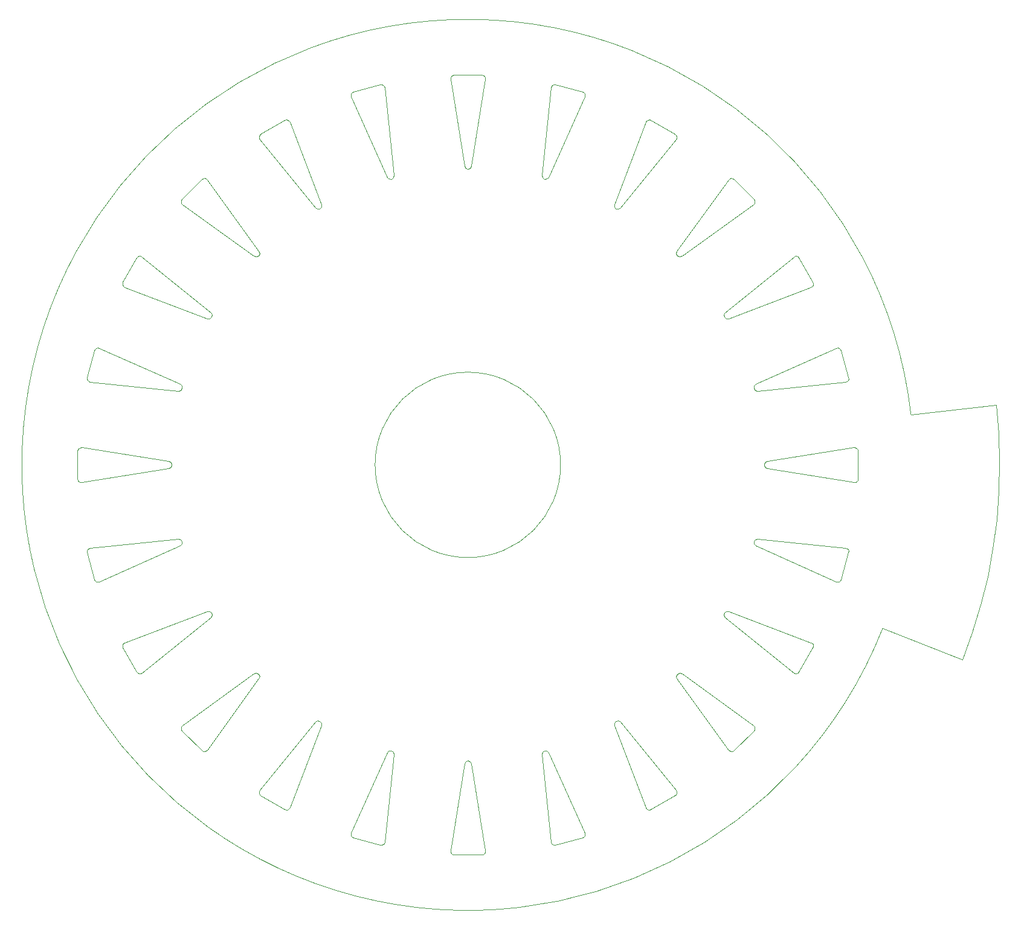
<source format=gbr>
%TF.GenerationSoftware,KiCad,Pcbnew,8.0.0*%
%TF.CreationDate,2024-10-30T22:06:19-04:00*%
%TF.ProjectId,mycoil,6d79636f-696c-42e6-9b69-6361645f7063,rev?*%
%TF.SameCoordinates,Original*%
%TF.FileFunction,Profile,NP*%
%FSLAX46Y46*%
G04 Gerber Fmt 4.6, Leading zero omitted, Abs format (unit mm)*
G04 Created by KiCad (PCBNEW 8.0.0) date 2024-10-30 22:06:19*
%MOMM*%
%LPD*%
G01*
G04 APERTURE LIST*
%TA.AperFunction,Profile*%
%ADD10C,0.100000*%
%TD*%
G04 APERTURE END LIST*
D10*
X21547587Y-28033618D02*
X33089359Y-32443680D01*
X33268642Y-32561436D01*
X33382087Y-32743479D01*
X33408815Y-32956304D01*
X33343908Y-33160746D01*
X31392247Y-36541120D01*
X31247650Y-36699552D01*
X31049973Y-36782818D01*
X30835598Y-36775593D01*
X30643976Y-36679208D01*
X21053864Y-28888771D01*
X20877426Y-28591422D01*
X20936110Y-28250684D01*
X21201856Y-28029492D01*
X21547587Y-28033618D01*
X43151096Y-30406327D02*
G75*
G02*
X47098239Y-424799I-58151095J22906326D01*
G01*
X-2000000Y-7500000D02*
G75*
G02*
X-28000000Y-7500000I-13000000J0D01*
G01*
X-28000000Y-7500000D02*
G75*
G02*
X-2000000Y-7500000I13000000J0D01*
G01*
X39335164Y-5066955D02*
X39524431Y-5167886D01*
X39653991Y-5338835D01*
X39700000Y-5548340D01*
X39700000Y-9451660D01*
X39653991Y-9661165D01*
X39524431Y-9832114D01*
X39335164Y-9933045D01*
X39121021Y-9945383D01*
X26920523Y-7993723D01*
X26619048Y-7824431D01*
X26499501Y-7500000D01*
X26619048Y-7175569D01*
X26920523Y-7006277D01*
X39121021Y-5054617D01*
X39335164Y-5066955D01*
X37909804Y-19145492D02*
X38113456Y-19212835D01*
X38270151Y-19359312D01*
X38351052Y-19557968D01*
X38341270Y-19772243D01*
X37331016Y-23542561D01*
X37232351Y-23733019D01*
X37062960Y-23864610D01*
X36854019Y-23913116D01*
X36643980Y-23869610D01*
X25364331Y-18826729D01*
X25116945Y-18585178D01*
X25085440Y-18240861D01*
X25284882Y-17958426D01*
X25619900Y-17872930D01*
X37909804Y-19145492D01*
X14991401Y-36793171D02*
X24998488Y-44040194D01*
X25141185Y-44200340D01*
X25203648Y-44405541D01*
X25174382Y-44618033D01*
X25058773Y-44798709D01*
X22298709Y-47558773D01*
X22118033Y-47674382D01*
X21905541Y-47703648D01*
X21700340Y-47641185D01*
X21540194Y-47498488D01*
X14293171Y-37491401D01*
X14199704Y-37158518D01*
X14344579Y-36844579D01*
X14658518Y-36699704D01*
X14991401Y-36793171D01*
X6387838Y-43557376D02*
X14178275Y-53147488D01*
X14274660Y-53339110D01*
X14281885Y-53553485D01*
X14198619Y-53751162D01*
X14040187Y-53895759D01*
X10659813Y-55847420D01*
X10455371Y-55912327D01*
X10242546Y-55885599D01*
X10060503Y-55772154D01*
X9942747Y-55592871D01*
X5532685Y-44051099D01*
X5528559Y-43705368D01*
X5749751Y-43439622D01*
X6090489Y-43380938D01*
X6387838Y-43557376D01*
X-3914822Y-47616945D02*
X-3673271Y-47864331D01*
X1369610Y-59143980D01*
X1413116Y-59354019D01*
X1364610Y-59562960D01*
X1233019Y-59732351D01*
X1042561Y-59831016D01*
X-2727757Y-60841270D01*
X-2942032Y-60851052D01*
X-3140688Y-60770151D01*
X-3287165Y-60613456D01*
X-3354508Y-60409804D01*
X-4627070Y-48119900D01*
X-4541574Y-47784882D01*
X-4259139Y-47585440D01*
X-3914822Y-47616945D01*
X-14675569Y-49119048D02*
X-14506277Y-49420523D01*
X-12554617Y-61621021D01*
X-12566955Y-61835164D01*
X-12667886Y-62024431D01*
X-12838835Y-62153991D01*
X-13048340Y-62200000D01*
X-16951660Y-62200000D01*
X-17161165Y-62153991D01*
X-17332114Y-62024431D01*
X-17433045Y-61835164D01*
X-17445383Y-61621021D01*
X-15493723Y-49420523D01*
X-15324431Y-49119048D01*
X-15000000Y-48999501D01*
X-14675569Y-49119048D01*
X-25458426Y-47784882D02*
X-25372930Y-48119900D01*
X-26645492Y-60409804D01*
X-26712835Y-60613456D01*
X-26859312Y-60770151D01*
X-27057968Y-60851052D01*
X-27272243Y-60841270D01*
X-31042561Y-59831016D01*
X-31233019Y-59732351D01*
X-31364610Y-59562960D01*
X-31413116Y-59354019D01*
X-31369610Y-59143980D01*
X-26326729Y-47864331D01*
X-26085178Y-47616945D01*
X-25740861Y-47585440D01*
X-25458426Y-47784882D01*
X-35749751Y-43439622D02*
X-35528559Y-43705368D01*
X-35532685Y-44051099D01*
X-39942747Y-55592871D01*
X-40060503Y-55772154D01*
X-40242546Y-55885599D01*
X-40455371Y-55912327D01*
X-40659813Y-55847420D01*
X-44040187Y-53895759D01*
X-44198619Y-53751162D01*
X-44281885Y-53553485D01*
X-44274660Y-53339110D01*
X-44178275Y-53147488D01*
X-36387838Y-43557376D01*
X-36090489Y-43380938D01*
X-35749751Y-43439622D01*
X-44344579Y-36844579D02*
X-44199704Y-37158518D01*
X-44293171Y-37491401D01*
X-51540194Y-47498488D01*
X-51700340Y-47641185D01*
X-51905541Y-47703648D01*
X-52118033Y-47674382D01*
X-52298709Y-47558773D01*
X-55058773Y-44798709D01*
X-55174382Y-44618033D01*
X-55203648Y-44405541D01*
X-55141185Y-44200340D01*
X-54998488Y-44040194D01*
X-44991401Y-36793171D01*
X-44658518Y-36699704D01*
X-44344579Y-36844579D01*
X-50939622Y-28249751D02*
X-50880938Y-28590489D01*
X-51057376Y-28887838D01*
X-60647488Y-36678275D01*
X-60839110Y-36774660D01*
X-61053485Y-36781885D01*
X-61251162Y-36698619D01*
X-61395759Y-36540187D01*
X-63347420Y-33159813D01*
X-63412327Y-32955371D01*
X-63385599Y-32742546D01*
X-63272154Y-32560503D01*
X-63092871Y-32442747D01*
X-51551099Y-28032685D01*
X-51205368Y-28028559D01*
X-50939622Y-28249751D01*
X-55284882Y-17958426D02*
X-55085440Y-18240861D01*
X-55116945Y-18585178D01*
X-55364331Y-18826729D01*
X-66643980Y-23869610D01*
X-66854019Y-23913116D01*
X-67062960Y-23864610D01*
X-67232351Y-23733019D01*
X-67331016Y-23542561D01*
X-68341270Y-19772243D01*
X-68351052Y-19557968D01*
X-68270151Y-19359312D01*
X-68113456Y-19212835D01*
X-67909804Y-19145492D01*
X-55619900Y-17872930D01*
X-55284882Y-17958426D01*
X-56920523Y-7006277D02*
X-56619048Y-7175569D01*
X-56499501Y-7500000D01*
X-56619048Y-7824431D01*
X-56920523Y-7993723D01*
X-69121021Y-9945383D01*
X-69335164Y-9933045D01*
X-69524431Y-9832114D01*
X-69653991Y-9661165D01*
X-69700000Y-9451660D01*
X-69700000Y-5548340D01*
X-69653991Y-5338835D01*
X-69524431Y-5167886D01*
X-69335164Y-5066955D01*
X-69121021Y-5054617D01*
X-56920523Y-7006277D01*
X-66643980Y8869610D02*
X-55364331Y3826729D01*
X-55116945Y3585178D01*
X-55085440Y3240861D01*
X-55284882Y2958426D01*
X-55619900Y2872930D01*
X-67909804Y4145492D01*
X-68113456Y4212835D01*
X-68270151Y4359312D01*
X-68351052Y4557968D01*
X-68341270Y4772243D01*
X-67331016Y8542561D01*
X-67232351Y8733019D01*
X-67062960Y8864610D01*
X-66854019Y8913116D01*
X-66643980Y8869610D01*
X-60839110Y21774660D02*
X-60647488Y21678275D01*
X-51057376Y13887838D01*
X-50880938Y13590489D01*
X-50939622Y13249751D01*
X-51205368Y13028559D01*
X-51551099Y13032685D01*
X-63092871Y17442747D01*
X-63272154Y17560503D01*
X-63385599Y17742546D01*
X-63412327Y17955371D01*
X-63347420Y18159813D01*
X-61395759Y21540187D01*
X-61251162Y21698619D01*
X-61053485Y21781885D01*
X-60839110Y21774660D01*
X-51700340Y32641185D02*
X-51540194Y32498488D01*
X-44293171Y22491401D01*
X-44199704Y22158518D01*
X-44344579Y21844579D01*
X-44658518Y21699704D01*
X-44991401Y21793171D01*
X-54998488Y29040194D01*
X-55141185Y29200340D01*
X-55203648Y29405541D01*
X-55174382Y29618033D01*
X-55058773Y29798709D01*
X-52298709Y32558773D01*
X-52118033Y32674382D01*
X-51905541Y32703648D01*
X-51700340Y32641185D01*
X-40242546Y40885599D02*
X-40060503Y40772154D01*
X-39942747Y40592871D01*
X-35532685Y29051099D01*
X-35528559Y28705368D01*
X-35749751Y28439622D01*
X-36090489Y28380938D01*
X-36387838Y28557376D01*
X-44178275Y38147488D01*
X-44274660Y38339110D01*
X-44281885Y38553485D01*
X-44198619Y38751162D01*
X-44040187Y38895759D01*
X-40659813Y40847420D01*
X-40455371Y40912327D01*
X-40242546Y40885599D01*
X-26859312Y45770151D02*
X-26712835Y45613456D01*
X-26645492Y45409804D01*
X-25372930Y33119900D01*
X-25458426Y32784882D01*
X-25740861Y32585440D01*
X-26085178Y32616945D01*
X-26326729Y32864331D01*
X-31369610Y44143980D01*
X-31413116Y44354019D01*
X-31364610Y44562960D01*
X-31233019Y44732351D01*
X-31042561Y44831016D01*
X-27272243Y45841270D01*
X-27057968Y45851052D01*
X-26859312Y45770151D01*
X-12838835Y47153991D02*
X-12667886Y47024431D01*
X-12566955Y46835164D01*
X-12554617Y46621021D01*
X-14506277Y34420523D01*
X-14675569Y34119048D01*
X-15000000Y33999501D01*
X-15324431Y34119048D01*
X-15493723Y34420523D01*
X-17445383Y46621021D01*
X-17433045Y46835164D01*
X-17332114Y47024431D01*
X-17161165Y47153991D01*
X-16951660Y47200000D01*
X-13048340Y47200000D01*
X-12838835Y47153991D01*
X-2727757Y45841270D02*
X1042561Y44831016D01*
X1233019Y44732351D01*
X1364610Y44562960D01*
X1413116Y44354019D01*
X1369610Y44143980D01*
X-3673271Y32864331D01*
X-3914822Y32616945D01*
X-4259139Y32585440D01*
X-4541574Y32784882D01*
X-4627070Y33119900D01*
X-3354508Y45409804D01*
X-3287165Y45613456D01*
X-3140688Y45770151D01*
X-2942032Y45851052D01*
X-2727757Y45841270D01*
X10659813Y40847420D02*
X14040187Y38895759D01*
X14198619Y38751162D01*
X14281885Y38553485D01*
X14274660Y38339110D01*
X14178275Y38147488D01*
X6387838Y28557376D01*
X6090489Y28380938D01*
X5749751Y28439622D01*
X5528559Y28705368D01*
X5532685Y29051099D01*
X9942747Y40592871D01*
X10060503Y40772154D01*
X10242546Y40885599D01*
X10455371Y40912327D01*
X10659813Y40847420D01*
X22118033Y32674382D02*
X22298709Y32558773D01*
X25058773Y29798709D01*
X25174382Y29618033D01*
X25203648Y29405541D01*
X25141185Y29200340D01*
X24998488Y29040194D01*
X14991401Y21793171D01*
X14658518Y21699704D01*
X14344579Y21844579D01*
X14199704Y22158518D01*
X14293171Y22491401D01*
X21540194Y32498488D01*
X21700340Y32641185D01*
X21905541Y32703648D01*
X22118033Y32674382D01*
X31251162Y21698619D02*
X31395759Y21540187D01*
X33347420Y18159813D01*
X33412327Y17955371D01*
X33385599Y17742546D01*
X33272154Y17560503D01*
X33092871Y17442747D01*
X21551099Y13032685D01*
X21205368Y13028559D01*
X20939622Y13249751D01*
X20880938Y13590489D01*
X21057376Y13887838D01*
X30647488Y21678275D01*
X30839110Y21774660D01*
X31053485Y21781885D01*
X31251162Y21698619D01*
X37062960Y8864610D02*
X37232351Y8733019D01*
X37331016Y8542561D01*
X38341270Y4772243D01*
X38351052Y4557968D01*
X38270151Y4359312D01*
X38113456Y4212835D01*
X37909804Y4145492D01*
X25619900Y2872930D01*
X25284882Y2958426D01*
X25085440Y3240861D01*
X25116945Y3585178D01*
X25364331Y3826729D01*
X36643980Y8869610D01*
X36854019Y8913116D01*
X37062960Y8864610D01*
X47098241Y-424799D02*
X59021103Y933639D01*
X59021103Y933639D02*
X59021103Y933639D01*
X59021103Y933639D02*
X59369723Y-3096097D01*
X59369723Y-3096097D02*
X59499124Y-7138815D01*
X59499124Y-7138815D02*
X59408927Y-11182598D01*
X59408927Y-11182598D02*
X59099397Y-15215525D01*
X59099397Y-15215525D02*
X58571446Y-19225710D01*
X58571446Y-19225710D02*
X57826631Y-23201331D01*
X57826631Y-23201331D02*
X56867147Y-27130670D01*
X56867147Y-27130670D02*
X55695822Y-31002144D01*
X55695822Y-31002144D02*
X54316109Y-34804341D01*
X54316109Y-34804341D02*
X54316109Y-34804341D01*
X54316109Y-34804341D02*
X43151098Y-30406327D01*
M02*

</source>
